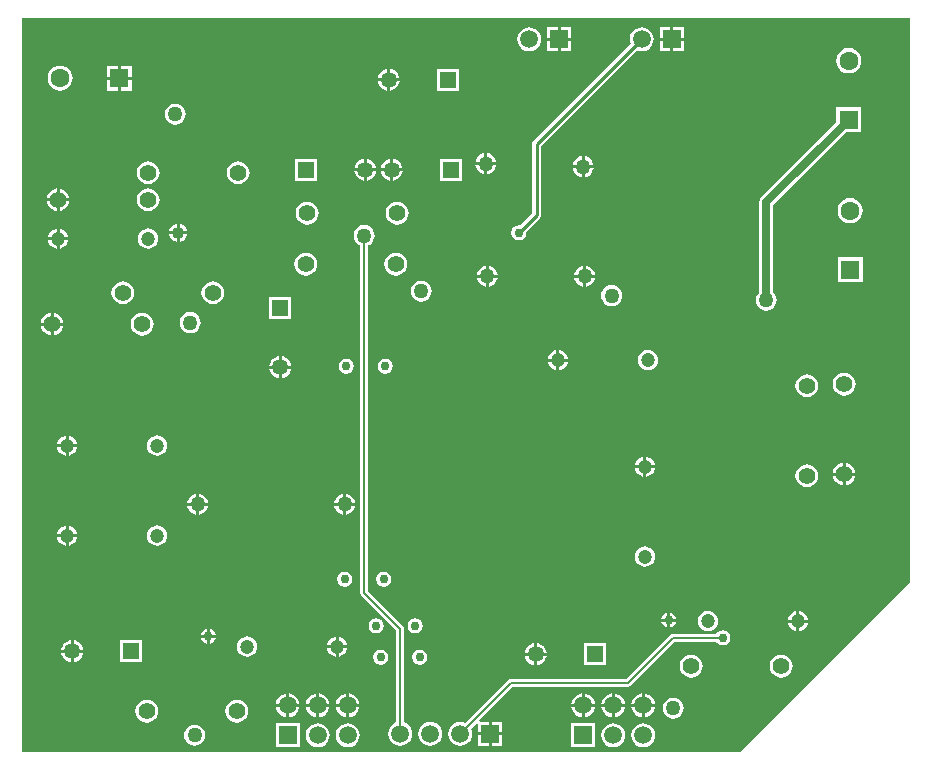
<source format=gbl>
G04*
G04 #@! TF.GenerationSoftware,Altium Limited,Altium Designer,19.1.8 (144)*
G04*
G04 Layer_Physical_Order=2*
G04 Layer_Color=16711680*
%FSLAX25Y25*%
%MOIN*%
G70*
G01*
G75*
%ADD11C,0.00600*%
%ADD12C,0.01000*%
%ADD45C,0.02500*%
%ADD48C,0.05906*%
%ADD49R,0.05906X0.05906*%
%ADD50R,0.06299X0.06299*%
%ADD51C,0.06299*%
%ADD52C,0.05315*%
%ADD53R,0.05315X0.05315*%
%ADD54C,0.05512*%
%ADD55R,0.05315X0.05315*%
%ADD56C,0.04724*%
%ADD57R,0.06299X0.06299*%
%ADD58C,0.05000*%
%ADD59C,0.03000*%
%ADD60C,0.04000*%
G36*
X325500Y61500D02*
X269000Y5000D01*
X29500D01*
Y246000D01*
Y249500D01*
X325500D01*
Y61500D01*
D02*
G37*
%LPC*%
G36*
X249953Y246453D02*
X246500D01*
Y243000D01*
X249953D01*
Y246453D01*
D02*
G37*
G36*
X212453D02*
X209000D01*
Y243000D01*
X212453D01*
Y246453D01*
D02*
G37*
G36*
X245500D02*
X242047D01*
Y243000D01*
X245500D01*
Y246453D01*
D02*
G37*
G36*
X208000D02*
X204547D01*
Y243000D01*
X208000D01*
Y246453D01*
D02*
G37*
G36*
X249953Y242000D02*
X246500D01*
Y238547D01*
X249953D01*
Y242000D01*
D02*
G37*
G36*
X245500D02*
X242047D01*
Y238547D01*
X245500D01*
Y242000D01*
D02*
G37*
G36*
X212453D02*
X209000D01*
Y238547D01*
X212453D01*
Y242000D01*
D02*
G37*
G36*
X208000D02*
X204547D01*
Y238547D01*
X208000D01*
Y242000D01*
D02*
G37*
G36*
X236000Y246487D02*
X234968Y246351D01*
X234007Y245953D01*
X233181Y245319D01*
X232547Y244493D01*
X232149Y243532D01*
X232013Y242500D01*
X232149Y241468D01*
X232341Y241004D01*
X199919Y208581D01*
X199587Y208085D01*
X199471Y207500D01*
Y184634D01*
X195322Y180485D01*
X195000Y180549D01*
X194025Y180355D01*
X193198Y179802D01*
X192645Y178975D01*
X192451Y178000D01*
X192645Y177024D01*
X193198Y176198D01*
X194025Y175645D01*
X195000Y175451D01*
X195975Y175645D01*
X196802Y176198D01*
X197355Y177024D01*
X197549Y178000D01*
X197485Y178322D01*
X202081Y182919D01*
X202413Y183415D01*
X202529Y184000D01*
Y206867D01*
X234504Y238841D01*
X234968Y238649D01*
X236000Y238513D01*
X237032Y238649D01*
X237993Y239047D01*
X238819Y239681D01*
X239453Y240507D01*
X239851Y241468D01*
X239987Y242500D01*
X239851Y243532D01*
X239453Y244493D01*
X238819Y245319D01*
X237993Y245953D01*
X237032Y246351D01*
X236000Y246487D01*
D02*
G37*
G36*
X198500D02*
X197468Y246351D01*
X196507Y245953D01*
X195681Y245319D01*
X195047Y244493D01*
X194649Y243532D01*
X194513Y242500D01*
X194649Y241468D01*
X195047Y240507D01*
X195681Y239681D01*
X196507Y239047D01*
X197468Y238649D01*
X198500Y238513D01*
X199532Y238649D01*
X200493Y239047D01*
X201319Y239681D01*
X201953Y240507D01*
X202351Y241468D01*
X202487Y242500D01*
X202351Y243532D01*
X201953Y244493D01*
X201319Y245319D01*
X200493Y245953D01*
X199532Y246351D01*
X198500Y246487D01*
D02*
G37*
G36*
X305000Y239528D02*
X303917Y239385D01*
X302907Y238967D01*
X302041Y238302D01*
X301375Y237435D01*
X300957Y236426D01*
X300815Y235343D01*
X300957Y234259D01*
X301375Y233250D01*
X302041Y232383D01*
X302907Y231718D01*
X303917Y231300D01*
X305000Y231157D01*
X306083Y231300D01*
X307093Y231718D01*
X307960Y232383D01*
X308625Y233250D01*
X309043Y234259D01*
X309185Y235343D01*
X309043Y236426D01*
X308625Y237435D01*
X307960Y238302D01*
X307093Y238967D01*
X306083Y239385D01*
X305000Y239528D01*
D02*
G37*
G36*
X65992Y233650D02*
X62343D01*
Y230000D01*
X65992D01*
Y233650D01*
D02*
G37*
G36*
X61343D02*
X57693D01*
Y230000D01*
X61343D01*
Y233650D01*
D02*
G37*
G36*
X152157Y232623D02*
Y229500D01*
X155281D01*
X155221Y229955D01*
X154852Y230844D01*
X154266Y231609D01*
X153502Y232195D01*
X152612Y232563D01*
X152157Y232623D01*
D02*
G37*
G36*
X151157D02*
X150703Y232563D01*
X149813Y232195D01*
X149049Y231609D01*
X148463Y230844D01*
X148094Y229955D01*
X148034Y229500D01*
X151157D01*
Y232623D01*
D02*
G37*
G36*
X155281Y228500D02*
X152157D01*
Y225377D01*
X152612Y225437D01*
X153502Y225805D01*
X154266Y226392D01*
X154852Y227155D01*
X155221Y228045D01*
X155281Y228500D01*
D02*
G37*
G36*
X151157D02*
X148034D01*
X148094Y228045D01*
X148463Y227155D01*
X149049Y226392D01*
X149813Y225805D01*
X150703Y225437D01*
X151157Y225377D01*
Y228500D01*
D02*
G37*
G36*
X65992Y229000D02*
X62343D01*
Y225350D01*
X65992D01*
Y229000D01*
D02*
G37*
G36*
X61343D02*
X57693D01*
Y225350D01*
X61343D01*
Y229000D01*
D02*
G37*
G36*
X175000Y232658D02*
X167685D01*
Y225342D01*
X175000D01*
Y232658D01*
D02*
G37*
G36*
X42158Y233685D02*
X41074Y233543D01*
X40065Y233125D01*
X39198Y232459D01*
X38533Y231593D01*
X38115Y230583D01*
X37972Y229500D01*
X38115Y228417D01*
X38533Y227407D01*
X39198Y226540D01*
X40065Y225875D01*
X41074Y225457D01*
X42158Y225315D01*
X43241Y225457D01*
X44250Y225875D01*
X45117Y226540D01*
X45782Y227407D01*
X46200Y228417D01*
X46343Y229500D01*
X46200Y230583D01*
X45782Y231593D01*
X45117Y232459D01*
X44250Y233125D01*
X43241Y233543D01*
X42158Y233685D01*
D02*
G37*
G36*
X80500Y221030D02*
X79586Y220910D01*
X78735Y220557D01*
X78004Y219996D01*
X77443Y219265D01*
X77090Y218414D01*
X76970Y217500D01*
X77090Y216586D01*
X77443Y215735D01*
X78004Y215004D01*
X78735Y214443D01*
X79586Y214090D01*
X80500Y213970D01*
X81414Y214090D01*
X82265Y214443D01*
X82996Y215004D01*
X83557Y215735D01*
X83910Y216586D01*
X84030Y217500D01*
X83910Y218414D01*
X83557Y219265D01*
X82996Y219996D01*
X82265Y220557D01*
X81414Y220910D01*
X80500Y221030D01*
D02*
G37*
G36*
X184550Y204514D02*
Y201550D01*
X187514D01*
X187460Y201964D01*
X187107Y202815D01*
X186546Y203546D01*
X185815Y204107D01*
X184964Y204460D01*
X184550Y204514D01*
D02*
G37*
G36*
X183550D02*
X183136Y204460D01*
X182285Y204107D01*
X181554Y203546D01*
X180993Y202815D01*
X180640Y201964D01*
X180586Y201550D01*
X183550D01*
Y204514D01*
D02*
G37*
G36*
X217000Y203464D02*
Y200500D01*
X219964D01*
X219910Y200914D01*
X219557Y201765D01*
X218996Y202496D01*
X218265Y203057D01*
X217414Y203410D01*
X217000Y203464D01*
D02*
G37*
G36*
X216000D02*
X215586Y203410D01*
X214735Y203057D01*
X214004Y202496D01*
X213443Y201765D01*
X213090Y200914D01*
X213036Y200500D01*
X216000D01*
Y203464D01*
D02*
G37*
G36*
X153157Y202623D02*
Y199500D01*
X156281D01*
X156221Y199955D01*
X155852Y200845D01*
X155266Y201609D01*
X154502Y202195D01*
X153612Y202563D01*
X153157Y202623D01*
D02*
G37*
G36*
X152157D02*
X151703Y202563D01*
X150813Y202195D01*
X150049Y201609D01*
X149463Y200845D01*
X149094Y199955D01*
X149034Y199500D01*
X152157D01*
Y202623D01*
D02*
G37*
G36*
X144343Y202623D02*
Y199500D01*
X147466D01*
X147406Y199955D01*
X147037Y200845D01*
X146451Y201608D01*
X145687Y202195D01*
X144797Y202563D01*
X144343Y202623D01*
D02*
G37*
G36*
X143342D02*
X142888Y202563D01*
X141998Y202195D01*
X141234Y201608D01*
X140648Y200845D01*
X140279Y199955D01*
X140219Y199500D01*
X143342D01*
Y202623D01*
D02*
G37*
G36*
X187514Y200550D02*
X184550D01*
Y197586D01*
X184964Y197640D01*
X185815Y197993D01*
X186546Y198554D01*
X187107Y199285D01*
X187460Y200136D01*
X187514Y200550D01*
D02*
G37*
G36*
X183550D02*
X180586D01*
X180640Y200136D01*
X180993Y199285D01*
X181554Y198554D01*
X182285Y197993D01*
X183136Y197640D01*
X183550Y197586D01*
Y200550D01*
D02*
G37*
G36*
X219964Y199500D02*
X217000D01*
Y196536D01*
X217414Y196590D01*
X218265Y196943D01*
X218996Y197504D01*
X219557Y198235D01*
X219910Y199086D01*
X219964Y199500D01*
D02*
G37*
G36*
X216000D02*
X213036D01*
X213090Y199086D01*
X213443Y198235D01*
X214004Y197504D01*
X214735Y196943D01*
X215586Y196590D01*
X216000Y196536D01*
Y199500D01*
D02*
G37*
G36*
X156281Y198500D02*
X153157D01*
Y195377D01*
X153612Y195437D01*
X154502Y195805D01*
X155266Y196391D01*
X155852Y197155D01*
X156221Y198045D01*
X156281Y198500D01*
D02*
G37*
G36*
X152157D02*
X149034D01*
X149094Y198045D01*
X149463Y197155D01*
X150049Y196391D01*
X150813Y195805D01*
X151703Y195437D01*
X152157Y195377D01*
Y198500D01*
D02*
G37*
G36*
X147466Y198500D02*
X144343D01*
Y195377D01*
X144797Y195437D01*
X145687Y195805D01*
X146451Y196391D01*
X147037Y197155D01*
X147406Y198045D01*
X147466Y198500D01*
D02*
G37*
G36*
X143342D02*
X140219D01*
X140279Y198045D01*
X140648Y197155D01*
X141234Y196391D01*
X141998Y195805D01*
X142888Y195437D01*
X143342Y195377D01*
Y198500D01*
D02*
G37*
G36*
X127815Y202658D02*
X120500D01*
Y195343D01*
X127815D01*
Y202658D01*
D02*
G37*
G36*
X176000Y202658D02*
X168685D01*
Y195343D01*
X176000D01*
Y202658D01*
D02*
G37*
G36*
X101500Y201788D02*
X100520Y201659D01*
X99606Y201281D01*
X98821Y200679D01*
X98219Y199894D01*
X97841Y198980D01*
X97712Y198000D01*
X97841Y197020D01*
X98219Y196106D01*
X98821Y195321D01*
X99606Y194719D01*
X100520Y194341D01*
X101500Y194212D01*
X102480Y194341D01*
X103394Y194719D01*
X104179Y195321D01*
X104781Y196106D01*
X105159Y197020D01*
X105288Y198000D01*
X105159Y198980D01*
X104781Y199894D01*
X104179Y200679D01*
X103394Y201281D01*
X102480Y201659D01*
X101500Y201788D01*
D02*
G37*
G36*
X71500D02*
X70520Y201659D01*
X69606Y201281D01*
X68821Y200679D01*
X68219Y199894D01*
X67841Y198980D01*
X67712Y198000D01*
X67841Y197020D01*
X68219Y196106D01*
X68821Y195321D01*
X69606Y194719D01*
X70520Y194341D01*
X71500Y194212D01*
X72480Y194341D01*
X73394Y194719D01*
X74179Y195321D01*
X74781Y196106D01*
X75159Y197020D01*
X75288Y198000D01*
X75159Y198980D01*
X74781Y199894D01*
X74179Y200679D01*
X73394Y201281D01*
X72480Y201659D01*
X71500Y201788D01*
D02*
G37*
G36*
X42000Y192722D02*
Y189500D01*
X45222D01*
X45159Y189980D01*
X44781Y190894D01*
X44179Y191679D01*
X43394Y192281D01*
X42480Y192659D01*
X42000Y192722D01*
D02*
G37*
G36*
X41000D02*
X40519Y192659D01*
X39606Y192281D01*
X38821Y191679D01*
X38219Y190894D01*
X37841Y189980D01*
X37778Y189500D01*
X41000D01*
Y192722D01*
D02*
G37*
G36*
X45222Y188500D02*
X42000D01*
Y185277D01*
X42480Y185341D01*
X43394Y185719D01*
X44179Y186321D01*
X44781Y187106D01*
X45159Y188020D01*
X45222Y188500D01*
D02*
G37*
G36*
X41000D02*
X37778D01*
X37841Y188020D01*
X38219Y187106D01*
X38821Y186321D01*
X39606Y185719D01*
X40519Y185341D01*
X41000Y185277D01*
Y188500D01*
D02*
G37*
G36*
X71500Y192788D02*
X70520Y192659D01*
X69606Y192281D01*
X68821Y191679D01*
X68219Y190894D01*
X67841Y189980D01*
X67712Y189000D01*
X67841Y188020D01*
X68219Y187106D01*
X68821Y186321D01*
X69606Y185719D01*
X70520Y185341D01*
X71500Y185212D01*
X72480Y185341D01*
X73394Y185719D01*
X74179Y186321D01*
X74781Y187106D01*
X75159Y188020D01*
X75288Y189000D01*
X75159Y189980D01*
X74781Y190894D01*
X74179Y191679D01*
X73394Y192281D01*
X72480Y192659D01*
X71500Y192788D01*
D02*
G37*
G36*
X305500Y189528D02*
X304417Y189385D01*
X303407Y188967D01*
X302540Y188302D01*
X301875Y187435D01*
X301457Y186426D01*
X301315Y185343D01*
X301457Y184259D01*
X301875Y183250D01*
X302540Y182383D01*
X303407Y181718D01*
X304417Y181300D01*
X305500Y181157D01*
X306583Y181300D01*
X307593Y181718D01*
X308459Y182383D01*
X309125Y183250D01*
X309543Y184259D01*
X309685Y185343D01*
X309543Y186426D01*
X309125Y187435D01*
X308459Y188302D01*
X307593Y188967D01*
X306583Y189385D01*
X305500Y189528D01*
D02*
G37*
G36*
X154500Y188288D02*
X153519Y188159D01*
X152606Y187781D01*
X151821Y187179D01*
X151219Y186394D01*
X150841Y185480D01*
X150712Y184500D01*
X150841Y183519D01*
X151219Y182606D01*
X151821Y181821D01*
X152606Y181219D01*
X153519Y180841D01*
X154500Y180712D01*
X155481Y180841D01*
X156394Y181219D01*
X157179Y181821D01*
X157781Y182606D01*
X158159Y183519D01*
X158288Y184500D01*
X158159Y185480D01*
X157781Y186394D01*
X157179Y187179D01*
X156394Y187781D01*
X155481Y188159D01*
X154500Y188288D01*
D02*
G37*
G36*
X124500D02*
X123520Y188159D01*
X122606Y187781D01*
X121821Y187179D01*
X121219Y186394D01*
X120841Y185480D01*
X120712Y184500D01*
X120841Y183519D01*
X121219Y182606D01*
X121821Y181821D01*
X122606Y181219D01*
X123520Y180841D01*
X124500Y180712D01*
X125480Y180841D01*
X126394Y181219D01*
X127179Y181821D01*
X127781Y182606D01*
X128159Y183519D01*
X128288Y184500D01*
X128159Y185480D01*
X127781Y186394D01*
X127179Y187179D01*
X126394Y187781D01*
X125480Y188159D01*
X124500Y188288D01*
D02*
G37*
G36*
X82000Y180960D02*
Y178500D01*
X84460D01*
X84423Y178783D01*
X84121Y179513D01*
X83640Y180140D01*
X83013Y180621D01*
X82283Y180923D01*
X82000Y180960D01*
D02*
G37*
G36*
X81000D02*
X80717Y180923D01*
X79987Y180621D01*
X79360Y180140D01*
X78879Y179513D01*
X78577Y178783D01*
X78540Y178500D01*
X81000D01*
Y180960D01*
D02*
G37*
G36*
X42000Y179325D02*
Y176500D01*
X44825D01*
X44776Y176878D01*
X44437Y177696D01*
X43898Y178398D01*
X43196Y178937D01*
X42378Y179276D01*
X42000Y179325D01*
D02*
G37*
G36*
X41000D02*
X40622Y179276D01*
X39804Y178937D01*
X39102Y178398D01*
X38563Y177696D01*
X38224Y176878D01*
X38175Y176500D01*
X41000D01*
Y179325D01*
D02*
G37*
G36*
X84460Y177500D02*
X82000D01*
Y175040D01*
X82283Y175077D01*
X83013Y175380D01*
X83640Y175860D01*
X84121Y176487D01*
X84423Y177217D01*
X84460Y177500D01*
D02*
G37*
G36*
X81000D02*
X78540D01*
X78577Y177217D01*
X78879Y176487D01*
X79360Y175860D01*
X79987Y175380D01*
X80717Y175077D01*
X81000Y175040D01*
Y177500D01*
D02*
G37*
G36*
X44825Y175500D02*
X42000D01*
Y172675D01*
X42378Y172724D01*
X43196Y173063D01*
X43898Y173602D01*
X44437Y174304D01*
X44776Y175122D01*
X44825Y175500D01*
D02*
G37*
G36*
X41000D02*
X38175D01*
X38224Y175122D01*
X38563Y174304D01*
X39102Y173602D01*
X39804Y173063D01*
X40622Y172724D01*
X41000Y172675D01*
Y175500D01*
D02*
G37*
G36*
X71500Y179391D02*
X70622Y179276D01*
X69804Y178937D01*
X69102Y178398D01*
X68563Y177696D01*
X68224Y176878D01*
X68109Y176000D01*
X68224Y175122D01*
X68563Y174304D01*
X69102Y173602D01*
X69804Y173063D01*
X70622Y172724D01*
X71500Y172609D01*
X72378Y172724D01*
X73196Y173063D01*
X73898Y173602D01*
X74437Y174304D01*
X74776Y175122D01*
X74891Y176000D01*
X74776Y176878D01*
X74437Y177696D01*
X73898Y178398D01*
X73196Y178937D01*
X72378Y179276D01*
X71500Y179391D01*
D02*
G37*
G36*
X217500Y166964D02*
Y164000D01*
X220464D01*
X220410Y164414D01*
X220057Y165265D01*
X219496Y165996D01*
X218765Y166557D01*
X217914Y166910D01*
X217500Y166964D01*
D02*
G37*
G36*
X216500D02*
X216086Y166910D01*
X215235Y166557D01*
X214504Y165996D01*
X213943Y165265D01*
X213590Y164414D01*
X213536Y164000D01*
X216500D01*
Y166964D01*
D02*
G37*
G36*
X185000D02*
Y164000D01*
X187964D01*
X187910Y164414D01*
X187557Y165265D01*
X186996Y165996D01*
X186265Y166557D01*
X185414Y166910D01*
X185000Y166964D01*
D02*
G37*
G36*
X184000D02*
X183586Y166910D01*
X182735Y166557D01*
X182004Y165996D01*
X181443Y165265D01*
X181090Y164414D01*
X181036Y164000D01*
X184000D01*
Y166964D01*
D02*
G37*
G36*
X154000Y171288D02*
X153019Y171159D01*
X152106Y170781D01*
X151321Y170179D01*
X150719Y169394D01*
X150341Y168481D01*
X150212Y167500D01*
X150341Y166519D01*
X150719Y165606D01*
X151321Y164821D01*
X152106Y164219D01*
X153019Y163841D01*
X154000Y163712D01*
X154981Y163841D01*
X155894Y164219D01*
X156679Y164821D01*
X157281Y165606D01*
X157659Y166519D01*
X157788Y167500D01*
X157659Y168481D01*
X157281Y169394D01*
X156679Y170179D01*
X155894Y170781D01*
X154981Y171159D01*
X154000Y171288D01*
D02*
G37*
G36*
X124000D02*
X123020Y171159D01*
X122106Y170781D01*
X121321Y170179D01*
X120719Y169394D01*
X120341Y168481D01*
X120212Y167500D01*
X120341Y166519D01*
X120719Y165606D01*
X121321Y164821D01*
X122106Y164219D01*
X123020Y163841D01*
X124000Y163712D01*
X124980Y163841D01*
X125894Y164219D01*
X126679Y164821D01*
X127281Y165606D01*
X127659Y166519D01*
X127788Y167500D01*
X127659Y168481D01*
X127281Y169394D01*
X126679Y170179D01*
X125894Y170781D01*
X124980Y171159D01*
X124000Y171288D01*
D02*
G37*
G36*
X309650Y169807D02*
X301350D01*
Y161508D01*
X309650D01*
Y169807D01*
D02*
G37*
G36*
X220464Y163000D02*
X217500D01*
Y160036D01*
X217914Y160090D01*
X218765Y160443D01*
X219496Y161004D01*
X220057Y161735D01*
X220410Y162586D01*
X220464Y163000D01*
D02*
G37*
G36*
X216500D02*
X213536D01*
X213590Y162586D01*
X213943Y161735D01*
X214504Y161004D01*
X215235Y160443D01*
X216086Y160090D01*
X216500Y160036D01*
Y163000D01*
D02*
G37*
G36*
X187964D02*
X185000D01*
Y160036D01*
X185414Y160090D01*
X186265Y160443D01*
X186996Y161004D01*
X187557Y161735D01*
X187910Y162586D01*
X187964Y163000D01*
D02*
G37*
G36*
X184000D02*
X181036D01*
X181090Y162586D01*
X181443Y161735D01*
X182004Y161004D01*
X182735Y160443D01*
X183586Y160090D01*
X184000Y160036D01*
Y163000D01*
D02*
G37*
G36*
X162500Y162030D02*
X161586Y161910D01*
X160735Y161557D01*
X160004Y160996D01*
X159443Y160265D01*
X159090Y159414D01*
X158970Y158500D01*
X159090Y157586D01*
X159443Y156735D01*
X160004Y156004D01*
X160735Y155443D01*
X161586Y155090D01*
X162500Y154970D01*
X163414Y155090D01*
X164265Y155443D01*
X164996Y156004D01*
X165557Y156735D01*
X165910Y157586D01*
X166030Y158500D01*
X165910Y159414D01*
X165557Y160265D01*
X164996Y160996D01*
X164265Y161557D01*
X163414Y161910D01*
X162500Y162030D01*
D02*
G37*
G36*
X93000Y161788D02*
X92019Y161659D01*
X91106Y161281D01*
X90321Y160679D01*
X89719Y159894D01*
X89341Y158981D01*
X89212Y158000D01*
X89341Y157019D01*
X89719Y156106D01*
X90321Y155321D01*
X91106Y154719D01*
X92019Y154341D01*
X93000Y154212D01*
X93980Y154341D01*
X94894Y154719D01*
X95679Y155321D01*
X96281Y156106D01*
X96659Y157019D01*
X96788Y158000D01*
X96659Y158981D01*
X96281Y159894D01*
X95679Y160679D01*
X94894Y161281D01*
X93980Y161659D01*
X93000Y161788D01*
D02*
G37*
G36*
X63000D02*
X62019Y161659D01*
X61106Y161281D01*
X60321Y160679D01*
X59719Y159894D01*
X59341Y158981D01*
X59212Y158000D01*
X59341Y157019D01*
X59719Y156106D01*
X60321Y155321D01*
X61106Y154719D01*
X62019Y154341D01*
X63000Y154212D01*
X63981Y154341D01*
X64894Y154719D01*
X65679Y155321D01*
X66281Y156106D01*
X66659Y157019D01*
X66788Y158000D01*
X66659Y158981D01*
X66281Y159894D01*
X65679Y160679D01*
X64894Y161281D01*
X63981Y161659D01*
X63000Y161788D01*
D02*
G37*
G36*
X226000Y160530D02*
X225086Y160410D01*
X224235Y160057D01*
X223504Y159496D01*
X222943Y158765D01*
X222590Y157914D01*
X222470Y157000D01*
X222590Y156086D01*
X222943Y155235D01*
X223504Y154504D01*
X224235Y153943D01*
X225086Y153590D01*
X226000Y153470D01*
X226914Y153590D01*
X227765Y153943D01*
X228496Y154504D01*
X229057Y155235D01*
X229410Y156086D01*
X229530Y157000D01*
X229410Y157914D01*
X229057Y158765D01*
X228496Y159496D01*
X227765Y160057D01*
X226914Y160410D01*
X226000Y160530D01*
D02*
G37*
G36*
X309150Y219807D02*
X300850D01*
Y214752D01*
X275878Y189780D01*
X275380Y189035D01*
X275206Y188157D01*
Y158151D01*
X275004Y157996D01*
X274443Y157265D01*
X274090Y156414D01*
X273970Y155500D01*
X274090Y154586D01*
X274443Y153735D01*
X275004Y153004D01*
X275735Y152443D01*
X276586Y152090D01*
X277500Y151970D01*
X278414Y152090D01*
X279265Y152443D01*
X279996Y153004D01*
X280557Y153735D01*
X280910Y154586D01*
X281030Y155500D01*
X280910Y156414D01*
X280557Y157265D01*
X279996Y157996D01*
X279794Y158151D01*
Y187207D01*
X304095Y211508D01*
X309150D01*
Y219807D01*
D02*
G37*
G36*
X119158Y156500D02*
X111843D01*
Y149185D01*
X119158D01*
Y156500D01*
D02*
G37*
G36*
X40000Y151223D02*
Y148000D01*
X43222D01*
X43159Y148480D01*
X42781Y149394D01*
X42179Y150179D01*
X41394Y150781D01*
X40481Y151159D01*
X40000Y151223D01*
D02*
G37*
G36*
X39000D02*
X38519Y151159D01*
X37606Y150781D01*
X36821Y150179D01*
X36219Y149394D01*
X35841Y148480D01*
X35778Y148000D01*
X39000D01*
Y151223D01*
D02*
G37*
G36*
X85500Y151530D02*
X84586Y151410D01*
X83735Y151057D01*
X83004Y150496D01*
X82443Y149765D01*
X82090Y148914D01*
X81970Y148000D01*
X82090Y147086D01*
X82443Y146235D01*
X83004Y145504D01*
X83735Y144943D01*
X84586Y144590D01*
X85500Y144470D01*
X86414Y144590D01*
X87265Y144943D01*
X87996Y145504D01*
X88557Y146235D01*
X88910Y147086D01*
X89030Y148000D01*
X88910Y148914D01*
X88557Y149765D01*
X87996Y150496D01*
X87265Y151057D01*
X86414Y151410D01*
X85500Y151530D01*
D02*
G37*
G36*
X43222Y147000D02*
X40000D01*
Y143778D01*
X40481Y143841D01*
X41394Y144219D01*
X42179Y144821D01*
X42781Y145606D01*
X43159Y146519D01*
X43222Y147000D01*
D02*
G37*
G36*
X39000D02*
X35778D01*
X35841Y146519D01*
X36219Y145606D01*
X36821Y144821D01*
X37606Y144219D01*
X38519Y143841D01*
X39000Y143778D01*
Y147000D01*
D02*
G37*
G36*
X69500Y151288D02*
X68520Y151159D01*
X67606Y150781D01*
X66821Y150179D01*
X66219Y149394D01*
X65841Y148480D01*
X65712Y147500D01*
X65841Y146519D01*
X66219Y145606D01*
X66821Y144821D01*
X67606Y144219D01*
X68520Y143841D01*
X69500Y143712D01*
X70481Y143841D01*
X71394Y144219D01*
X72179Y144821D01*
X72781Y145606D01*
X73159Y146519D01*
X73288Y147500D01*
X73159Y148480D01*
X72781Y149394D01*
X72179Y150179D01*
X71394Y150781D01*
X70481Y151159D01*
X69500Y151288D01*
D02*
G37*
G36*
X208500Y138825D02*
Y136000D01*
X211325D01*
X211276Y136378D01*
X210937Y137196D01*
X210398Y137898D01*
X209696Y138437D01*
X208878Y138776D01*
X208500Y138825D01*
D02*
G37*
G36*
X207500D02*
X207122Y138776D01*
X206304Y138437D01*
X205602Y137898D01*
X205063Y137196D01*
X204724Y136378D01*
X204675Y136000D01*
X207500D01*
Y138825D01*
D02*
G37*
G36*
X116000Y136781D02*
Y133658D01*
X119123D01*
X119063Y134112D01*
X118695Y135002D01*
X118108Y135766D01*
X117344Y136352D01*
X116455Y136721D01*
X116000Y136781D01*
D02*
G37*
G36*
X115000D02*
X114545Y136721D01*
X113655Y136352D01*
X112891Y135766D01*
X112305Y135002D01*
X111937Y134112D01*
X111877Y133658D01*
X115000D01*
Y136781D01*
D02*
G37*
G36*
X211325Y135000D02*
X208500D01*
Y132175D01*
X208878Y132224D01*
X209696Y132563D01*
X210398Y133102D01*
X210937Y133804D01*
X211276Y134622D01*
X211325Y135000D01*
D02*
G37*
G36*
X207500D02*
X204675D01*
X204724Y134622D01*
X205063Y133804D01*
X205602Y133102D01*
X206304Y132563D01*
X207122Y132224D01*
X207500Y132175D01*
Y135000D01*
D02*
G37*
G36*
X238000Y138891D02*
X237122Y138776D01*
X236304Y138437D01*
X235602Y137898D01*
X235063Y137196D01*
X234724Y136378D01*
X234609Y135500D01*
X234724Y134622D01*
X235063Y133804D01*
X235602Y133102D01*
X236304Y132563D01*
X237122Y132224D01*
X238000Y132109D01*
X238878Y132224D01*
X239696Y132563D01*
X240398Y133102D01*
X240937Y133804D01*
X241276Y134622D01*
X241391Y135500D01*
X241276Y136378D01*
X240937Y137196D01*
X240398Y137898D01*
X239696Y138437D01*
X238878Y138776D01*
X238000Y138891D01*
D02*
G37*
G36*
X150500Y136049D02*
X149524Y135855D01*
X148698Y135302D01*
X148145Y134476D01*
X147951Y133500D01*
X148145Y132525D01*
X148698Y131698D01*
X149524Y131145D01*
X150500Y130951D01*
X151476Y131145D01*
X152302Y131698D01*
X152855Y132525D01*
X153049Y133500D01*
X152855Y134476D01*
X152302Y135302D01*
X151476Y135855D01*
X150500Y136049D01*
D02*
G37*
G36*
X137500D02*
X136524Y135855D01*
X135698Y135302D01*
X135145Y134476D01*
X134951Y133500D01*
X135145Y132525D01*
X135698Y131698D01*
X136524Y131145D01*
X137500Y130951D01*
X138476Y131145D01*
X139302Y131698D01*
X139855Y132525D01*
X140049Y133500D01*
X139855Y134476D01*
X139302Y135302D01*
X138476Y135855D01*
X137500Y136049D01*
D02*
G37*
G36*
X119123Y132658D02*
X116000D01*
Y129534D01*
X116455Y129594D01*
X117344Y129963D01*
X118108Y130549D01*
X118695Y131313D01*
X119063Y132203D01*
X119123Y132658D01*
D02*
G37*
G36*
X115000D02*
X111877D01*
X111937Y132203D01*
X112305Y131313D01*
X112891Y130549D01*
X113655Y129963D01*
X114545Y129594D01*
X115000Y129534D01*
Y132658D01*
D02*
G37*
G36*
X303500Y131288D02*
X302519Y131159D01*
X301606Y130781D01*
X300821Y130179D01*
X300219Y129394D01*
X299841Y128481D01*
X299712Y127500D01*
X299841Y126520D01*
X300219Y125606D01*
X300821Y124821D01*
X301606Y124219D01*
X302519Y123841D01*
X303500Y123712D01*
X304481Y123841D01*
X305394Y124219D01*
X306179Y124821D01*
X306781Y125606D01*
X307159Y126520D01*
X307288Y127500D01*
X307159Y128481D01*
X306781Y129394D01*
X306179Y130179D01*
X305394Y130781D01*
X304481Y131159D01*
X303500Y131288D01*
D02*
G37*
G36*
X291000Y130788D02*
X290019Y130659D01*
X289106Y130281D01*
X288321Y129679D01*
X287719Y128894D01*
X287341Y127980D01*
X287212Y127000D01*
X287341Y126020D01*
X287719Y125106D01*
X288321Y124321D01*
X289106Y123719D01*
X290019Y123341D01*
X291000Y123212D01*
X291981Y123341D01*
X292894Y123719D01*
X293679Y124321D01*
X294281Y125106D01*
X294659Y126020D01*
X294788Y127000D01*
X294659Y127980D01*
X294281Y128894D01*
X293679Y129679D01*
X292894Y130281D01*
X291981Y130659D01*
X291000Y130788D01*
D02*
G37*
G36*
X45000Y110325D02*
Y107500D01*
X47825D01*
X47776Y107878D01*
X47437Y108696D01*
X46898Y109398D01*
X46196Y109937D01*
X45378Y110276D01*
X45000Y110325D01*
D02*
G37*
G36*
X44000D02*
X43622Y110276D01*
X42804Y109937D01*
X42102Y109398D01*
X41563Y108696D01*
X41224Y107878D01*
X41175Y107500D01*
X44000D01*
Y110325D01*
D02*
G37*
G36*
X47825Y106500D02*
X45000D01*
Y103675D01*
X45378Y103724D01*
X46196Y104063D01*
X46898Y104602D01*
X47437Y105304D01*
X47776Y106122D01*
X47825Y106500D01*
D02*
G37*
G36*
X44000D02*
X41175D01*
X41224Y106122D01*
X41563Y105304D01*
X42102Y104602D01*
X42804Y104063D01*
X43622Y103724D01*
X44000Y103675D01*
Y106500D01*
D02*
G37*
G36*
X74500Y110391D02*
X73622Y110276D01*
X72804Y109937D01*
X72102Y109398D01*
X71563Y108696D01*
X71224Y107878D01*
X71109Y107000D01*
X71224Y106122D01*
X71563Y105304D01*
X72102Y104602D01*
X72804Y104063D01*
X73622Y103724D01*
X74500Y103609D01*
X75378Y103724D01*
X76196Y104063D01*
X76898Y104602D01*
X77437Y105304D01*
X77776Y106122D01*
X77891Y107000D01*
X77776Y107878D01*
X77437Y108696D01*
X76898Y109398D01*
X76196Y109937D01*
X75378Y110276D01*
X74500Y110391D01*
D02*
G37*
G36*
X237500Y103325D02*
Y100500D01*
X240325D01*
X240276Y100878D01*
X239937Y101696D01*
X239398Y102398D01*
X238696Y102937D01*
X237878Y103276D01*
X237500Y103325D01*
D02*
G37*
G36*
X236500D02*
X236122Y103276D01*
X235304Y102937D01*
X234602Y102398D01*
X234063Y101696D01*
X233724Y100878D01*
X233675Y100500D01*
X236500D01*
Y103325D01*
D02*
G37*
G36*
X304000Y101223D02*
Y98000D01*
X307223D01*
X307159Y98480D01*
X306781Y99394D01*
X306179Y100179D01*
X305394Y100781D01*
X304481Y101159D01*
X304000Y101223D01*
D02*
G37*
G36*
X303000D02*
X302519Y101159D01*
X301606Y100781D01*
X300821Y100179D01*
X300219Y99394D01*
X299841Y98480D01*
X299778Y98000D01*
X303000D01*
Y101223D01*
D02*
G37*
G36*
X240325Y99500D02*
X237500D01*
Y96675D01*
X237878Y96724D01*
X238696Y97063D01*
X239398Y97602D01*
X239937Y98304D01*
X240276Y99122D01*
X240325Y99500D01*
D02*
G37*
G36*
X236500D02*
X233675D01*
X233724Y99122D01*
X234063Y98304D01*
X234602Y97602D01*
X235304Y97063D01*
X236122Y96724D01*
X236500Y96675D01*
Y99500D01*
D02*
G37*
G36*
X307223Y97000D02*
X304000D01*
Y93778D01*
X304481Y93841D01*
X305394Y94219D01*
X306179Y94821D01*
X306781Y95606D01*
X307159Y96520D01*
X307223Y97000D01*
D02*
G37*
G36*
X303000D02*
X299778D01*
X299841Y96520D01*
X300219Y95606D01*
X300821Y94821D01*
X301606Y94219D01*
X302519Y93841D01*
X303000Y93778D01*
Y97000D01*
D02*
G37*
G36*
X291000Y100788D02*
X290019Y100659D01*
X289106Y100281D01*
X288321Y99679D01*
X287719Y98894D01*
X287341Y97980D01*
X287212Y97000D01*
X287341Y96020D01*
X287719Y95106D01*
X288321Y94321D01*
X289106Y93719D01*
X290019Y93341D01*
X291000Y93212D01*
X291981Y93341D01*
X292894Y93719D01*
X293679Y94321D01*
X294281Y95106D01*
X294659Y96020D01*
X294788Y97000D01*
X294659Y97980D01*
X294281Y98894D01*
X293679Y99679D01*
X292894Y100281D01*
X291981Y100659D01*
X291000Y100788D01*
D02*
G37*
G36*
X137500Y90964D02*
Y88000D01*
X140464D01*
X140410Y88414D01*
X140057Y89265D01*
X139496Y89996D01*
X138765Y90557D01*
X137914Y90910D01*
X137500Y90964D01*
D02*
G37*
G36*
X136500D02*
X136086Y90910D01*
X135235Y90557D01*
X134504Y89996D01*
X133943Y89265D01*
X133590Y88414D01*
X133536Y88000D01*
X136500D01*
Y90964D01*
D02*
G37*
G36*
X88500D02*
Y88000D01*
X91464D01*
X91410Y88414D01*
X91057Y89265D01*
X90496Y89996D01*
X89765Y90557D01*
X88914Y90910D01*
X88500Y90964D01*
D02*
G37*
G36*
X87500D02*
X87086Y90910D01*
X86235Y90557D01*
X85504Y89996D01*
X84943Y89265D01*
X84590Y88414D01*
X84536Y88000D01*
X87500D01*
Y90964D01*
D02*
G37*
G36*
X140464Y87000D02*
X137500D01*
Y84036D01*
X137914Y84090D01*
X138765Y84443D01*
X139496Y85004D01*
X140057Y85735D01*
X140410Y86586D01*
X140464Y87000D01*
D02*
G37*
G36*
X136500D02*
X133536D01*
X133590Y86586D01*
X133943Y85735D01*
X134504Y85004D01*
X135235Y84443D01*
X136086Y84090D01*
X136500Y84036D01*
Y87000D01*
D02*
G37*
G36*
X91464D02*
X88500D01*
Y84036D01*
X88914Y84090D01*
X89765Y84443D01*
X90496Y85004D01*
X91057Y85735D01*
X91410Y86586D01*
X91464Y87000D01*
D02*
G37*
G36*
X87500D02*
X84536D01*
X84590Y86586D01*
X84943Y85735D01*
X85504Y85004D01*
X86235Y84443D01*
X87086Y84090D01*
X87500Y84036D01*
Y87000D01*
D02*
G37*
G36*
X45000Y80325D02*
Y77500D01*
X47825D01*
X47776Y77878D01*
X47437Y78696D01*
X46898Y79398D01*
X46196Y79937D01*
X45378Y80276D01*
X45000Y80325D01*
D02*
G37*
G36*
X44000D02*
X43622Y80276D01*
X42804Y79937D01*
X42102Y79398D01*
X41563Y78696D01*
X41224Y77878D01*
X41175Y77500D01*
X44000D01*
Y80325D01*
D02*
G37*
G36*
X47825Y76500D02*
X45000D01*
Y73675D01*
X45378Y73724D01*
X46196Y74063D01*
X46898Y74602D01*
X47437Y75304D01*
X47776Y76122D01*
X47825Y76500D01*
D02*
G37*
G36*
X44000D02*
X41175D01*
X41224Y76122D01*
X41563Y75304D01*
X42102Y74602D01*
X42804Y74063D01*
X43622Y73724D01*
X44000Y73675D01*
Y76500D01*
D02*
G37*
G36*
X74500Y80391D02*
X73622Y80276D01*
X72804Y79937D01*
X72102Y79398D01*
X71563Y78696D01*
X71224Y77878D01*
X71109Y77000D01*
X71224Y76122D01*
X71563Y75304D01*
X72102Y74602D01*
X72804Y74063D01*
X73622Y73724D01*
X74500Y73609D01*
X75378Y73724D01*
X76196Y74063D01*
X76898Y74602D01*
X77437Y75304D01*
X77776Y76122D01*
X77891Y77000D01*
X77776Y77878D01*
X77437Y78696D01*
X76898Y79398D01*
X76196Y79937D01*
X75378Y80276D01*
X74500Y80391D01*
D02*
G37*
G36*
X237000Y73391D02*
X236122Y73276D01*
X235304Y72937D01*
X234602Y72398D01*
X234063Y71696D01*
X233724Y70878D01*
X233609Y70000D01*
X233724Y69122D01*
X234063Y68304D01*
X234602Y67602D01*
X235304Y67063D01*
X236122Y66724D01*
X237000Y66609D01*
X237878Y66724D01*
X238696Y67063D01*
X239398Y67602D01*
X239937Y68304D01*
X240276Y69122D01*
X240391Y70000D01*
X240276Y70878D01*
X239937Y71696D01*
X239398Y72398D01*
X238696Y72937D01*
X237878Y73276D01*
X237000Y73391D01*
D02*
G37*
G36*
X150000Y65049D02*
X149024Y64855D01*
X148198Y64302D01*
X147645Y63476D01*
X147451Y62500D01*
X147645Y61524D01*
X148198Y60698D01*
X149024Y60145D01*
X150000Y59951D01*
X150976Y60145D01*
X151802Y60698D01*
X152355Y61524D01*
X152549Y62500D01*
X152355Y63476D01*
X151802Y64302D01*
X150976Y64855D01*
X150000Y65049D01*
D02*
G37*
G36*
X137000D02*
X136024Y64855D01*
X135198Y64302D01*
X134645Y63476D01*
X134451Y62500D01*
X134645Y61524D01*
X135198Y60698D01*
X136024Y60145D01*
X137000Y59951D01*
X137976Y60145D01*
X138802Y60698D01*
X139355Y61524D01*
X139549Y62500D01*
X139355Y63476D01*
X138802Y64302D01*
X137976Y64855D01*
X137000Y65049D01*
D02*
G37*
G36*
X245500Y51323D02*
Y49374D01*
X247449D01*
X247355Y49850D01*
X246802Y50676D01*
X245975Y51229D01*
X245500Y51323D01*
D02*
G37*
G36*
X244500D02*
X244024Y51229D01*
X243198Y50676D01*
X242645Y49850D01*
X242550Y49374D01*
X244500D01*
Y51323D01*
D02*
G37*
G36*
X288500Y51825D02*
Y49000D01*
X291325D01*
X291276Y49378D01*
X290937Y50196D01*
X290398Y50898D01*
X289696Y51437D01*
X288878Y51776D01*
X288500Y51825D01*
D02*
G37*
G36*
X287500D02*
X287122Y51776D01*
X286304Y51437D01*
X285602Y50898D01*
X285063Y50196D01*
X284724Y49378D01*
X284675Y49000D01*
X287500D01*
Y51825D01*
D02*
G37*
G36*
X247449Y48374D02*
X245500D01*
Y46424D01*
X245975Y46519D01*
X246802Y47072D01*
X247355Y47899D01*
X247449Y48374D01*
D02*
G37*
G36*
X244500D02*
X242550D01*
X242645Y47899D01*
X243198Y47072D01*
X244024Y46519D01*
X244500Y46424D01*
Y48374D01*
D02*
G37*
G36*
X291325Y48000D02*
X288500D01*
Y45175D01*
X288878Y45224D01*
X289696Y45563D01*
X290398Y46102D01*
X290937Y46804D01*
X291276Y47622D01*
X291325Y48000D01*
D02*
G37*
G36*
X287500D02*
X284675D01*
X284724Y47622D01*
X285063Y46804D01*
X285602Y46102D01*
X286304Y45563D01*
X287122Y45224D01*
X287500Y45175D01*
Y48000D01*
D02*
G37*
G36*
X258000Y51891D02*
X257122Y51776D01*
X256304Y51437D01*
X255602Y50898D01*
X255063Y50196D01*
X254724Y49378D01*
X254609Y48500D01*
X254724Y47622D01*
X255063Y46804D01*
X255602Y46102D01*
X256304Y45563D01*
X257122Y45224D01*
X258000Y45109D01*
X258878Y45224D01*
X259696Y45563D01*
X260398Y46102D01*
X260937Y46804D01*
X261276Y47622D01*
X261391Y48500D01*
X261276Y49378D01*
X260937Y50196D01*
X260398Y50898D01*
X259696Y51437D01*
X258878Y51776D01*
X258000Y51891D01*
D02*
G37*
G36*
X160500Y49549D02*
X159525Y49355D01*
X158698Y48802D01*
X158145Y47976D01*
X157951Y47000D01*
X158145Y46025D01*
X158698Y45198D01*
X159525Y44645D01*
X160500Y44451D01*
X161476Y44645D01*
X162302Y45198D01*
X162855Y46025D01*
X163049Y47000D01*
X162855Y47976D01*
X162302Y48802D01*
X161476Y49355D01*
X160500Y49549D01*
D02*
G37*
G36*
X147500D02*
X146525Y49355D01*
X145698Y48802D01*
X145145Y47976D01*
X144951Y47000D01*
X145145Y46025D01*
X145698Y45198D01*
X146525Y44645D01*
X147500Y44451D01*
X148476Y44645D01*
X149302Y45198D01*
X149855Y46025D01*
X150049Y47000D01*
X149855Y47976D01*
X149302Y48802D01*
X148476Y49355D01*
X147500Y49549D01*
D02*
G37*
G36*
X92000Y45950D02*
Y44000D01*
X93950D01*
X93855Y44475D01*
X93302Y45302D01*
X92475Y45855D01*
X92000Y45950D01*
D02*
G37*
G36*
X91000D02*
X90525Y45855D01*
X89698Y45302D01*
X89145Y44475D01*
X89051Y44000D01*
X91000D01*
Y45950D01*
D02*
G37*
G36*
X93950Y43000D02*
X92000D01*
Y41050D01*
X92475Y41145D01*
X93302Y41698D01*
X93855Y42524D01*
X93950Y43000D01*
D02*
G37*
G36*
X91000D02*
X89051D01*
X89145Y42524D01*
X89698Y41698D01*
X90525Y41145D01*
X91000Y41050D01*
Y43000D01*
D02*
G37*
G36*
X135000Y43325D02*
Y40500D01*
X137825D01*
X137776Y40878D01*
X137437Y41696D01*
X136898Y42398D01*
X136196Y42937D01*
X135378Y43276D01*
X135000Y43325D01*
D02*
G37*
G36*
X134000D02*
X133622Y43276D01*
X132804Y42937D01*
X132102Y42398D01*
X131563Y41696D01*
X131224Y40878D01*
X131175Y40500D01*
X134000D01*
Y43325D01*
D02*
G37*
G36*
X263000Y45549D02*
X262024Y45355D01*
X261198Y44802D01*
X260879Y44326D01*
X246500D01*
X245993Y44225D01*
X245563Y43937D01*
X230951Y29326D01*
X192500D01*
X191993Y29225D01*
X191563Y28937D01*
X177200Y14574D01*
X176532Y14851D01*
X175500Y14987D01*
X174468Y14851D01*
X173507Y14453D01*
X172681Y13819D01*
X172047Y12993D01*
X171649Y12032D01*
X171513Y11000D01*
X171649Y9968D01*
X172047Y9007D01*
X172681Y8181D01*
X173507Y7547D01*
X174468Y7149D01*
X175500Y7013D01*
X176532Y7149D01*
X177493Y7547D01*
X178319Y8181D01*
X178953Y9007D01*
X179351Y9968D01*
X179487Y11000D01*
X179351Y12032D01*
X179074Y12700D01*
X181047Y14673D01*
X181547Y14466D01*
Y11500D01*
X185000D01*
Y14953D01*
X182034D01*
X181827Y15453D01*
X193049Y26675D01*
X231500D01*
X232007Y26775D01*
X232437Y27063D01*
X247049Y41675D01*
X260879D01*
X261198Y41198D01*
X262024Y40645D01*
X263000Y40451D01*
X263976Y40645D01*
X264802Y41198D01*
X265355Y42024D01*
X265549Y43000D01*
X265355Y43975D01*
X264802Y44802D01*
X263976Y45355D01*
X263000Y45549D01*
D02*
G37*
G36*
X46657Y42123D02*
Y39000D01*
X49781D01*
X49721Y39455D01*
X49352Y40345D01*
X48766Y41109D01*
X48002Y41695D01*
X47112Y42063D01*
X46657Y42123D01*
D02*
G37*
G36*
X45658D02*
X45203Y42063D01*
X44313Y41695D01*
X43549Y41109D01*
X42963Y40345D01*
X42594Y39455D01*
X42534Y39000D01*
X45658D01*
Y42123D01*
D02*
G37*
G36*
X201157Y41123D02*
Y38000D01*
X204281D01*
X204221Y38455D01*
X203852Y39344D01*
X203266Y40109D01*
X202502Y40695D01*
X201612Y41063D01*
X201157Y41123D01*
D02*
G37*
G36*
X200157D02*
X199703Y41063D01*
X198813Y40695D01*
X198049Y40109D01*
X197463Y39344D01*
X197094Y38455D01*
X197034Y38000D01*
X200157D01*
Y41123D01*
D02*
G37*
G36*
X137825Y39500D02*
X135000D01*
Y36675D01*
X135378Y36724D01*
X136196Y37063D01*
X136898Y37602D01*
X137437Y38304D01*
X137776Y39122D01*
X137825Y39500D01*
D02*
G37*
G36*
X134000D02*
X131175D01*
X131224Y39122D01*
X131563Y38304D01*
X132102Y37602D01*
X132804Y37063D01*
X133622Y36724D01*
X134000Y36675D01*
Y39500D01*
D02*
G37*
G36*
X104500Y43391D02*
X103622Y43276D01*
X102804Y42937D01*
X102102Y42398D01*
X101563Y41696D01*
X101224Y40878D01*
X101109Y40000D01*
X101224Y39122D01*
X101563Y38304D01*
X102102Y37602D01*
X102804Y37063D01*
X103622Y36724D01*
X104500Y36609D01*
X105378Y36724D01*
X106196Y37063D01*
X106898Y37602D01*
X107437Y38304D01*
X107776Y39122D01*
X107891Y40000D01*
X107776Y40878D01*
X107437Y41696D01*
X106898Y42398D01*
X106196Y42937D01*
X105378Y43276D01*
X104500Y43391D01*
D02*
G37*
G36*
X49781Y38000D02*
X46657D01*
Y34877D01*
X47112Y34937D01*
X48002Y35305D01*
X48766Y35892D01*
X49352Y36656D01*
X49721Y37545D01*
X49781Y38000D01*
D02*
G37*
G36*
X45658D02*
X42534D01*
X42594Y37545D01*
X42963Y36656D01*
X43549Y35892D01*
X44313Y35305D01*
X45203Y34937D01*
X45658Y34877D01*
Y38000D01*
D02*
G37*
G36*
X69500Y42158D02*
X62185D01*
Y34843D01*
X69500D01*
Y42158D01*
D02*
G37*
G36*
X162000Y39049D02*
X161024Y38855D01*
X160198Y38302D01*
X159645Y37475D01*
X159451Y36500D01*
X159645Y35524D01*
X160198Y34698D01*
X161024Y34145D01*
X162000Y33951D01*
X162976Y34145D01*
X163802Y34698D01*
X164355Y35524D01*
X164549Y36500D01*
X164355Y37475D01*
X163802Y38302D01*
X162976Y38855D01*
X162000Y39049D01*
D02*
G37*
G36*
X149000D02*
X148024Y38855D01*
X147198Y38302D01*
X146645Y37475D01*
X146451Y36500D01*
X146645Y35524D01*
X147198Y34698D01*
X148024Y34145D01*
X149000Y33951D01*
X149976Y34145D01*
X150802Y34698D01*
X151355Y35524D01*
X151549Y36500D01*
X151355Y37475D01*
X150802Y38302D01*
X149976Y38855D01*
X149000Y39049D01*
D02*
G37*
G36*
X204281Y37000D02*
X201157D01*
Y33877D01*
X201612Y33937D01*
X202502Y34305D01*
X203266Y34892D01*
X203852Y35656D01*
X204221Y36545D01*
X204281Y37000D01*
D02*
G37*
G36*
X200157D02*
X197034D01*
X197094Y36545D01*
X197463Y35656D01*
X198049Y34892D01*
X198813Y34305D01*
X199703Y33937D01*
X200157Y33877D01*
Y37000D01*
D02*
G37*
G36*
X224000Y41157D02*
X216685D01*
Y33843D01*
X224000D01*
Y41157D01*
D02*
G37*
G36*
X282500Y37288D02*
X281520Y37159D01*
X280606Y36781D01*
X279821Y36179D01*
X279219Y35394D01*
X278841Y34481D01*
X278712Y33500D01*
X278841Y32520D01*
X279219Y31606D01*
X279821Y30821D01*
X280606Y30219D01*
X281520Y29841D01*
X282500Y29712D01*
X283481Y29841D01*
X284394Y30219D01*
X285179Y30821D01*
X285781Y31606D01*
X286159Y32520D01*
X286288Y33500D01*
X286159Y34481D01*
X285781Y35394D01*
X285179Y36179D01*
X284394Y36781D01*
X283481Y37159D01*
X282500Y37288D01*
D02*
G37*
G36*
X252500D02*
X251519Y37159D01*
X250606Y36781D01*
X249821Y36179D01*
X249219Y35394D01*
X248841Y34481D01*
X248712Y33500D01*
X248841Y32520D01*
X249219Y31606D01*
X249821Y30821D01*
X250606Y30219D01*
X251519Y29841D01*
X252500Y29712D01*
X253481Y29841D01*
X254394Y30219D01*
X255179Y30821D01*
X255781Y31606D01*
X256159Y32520D01*
X256288Y33500D01*
X256159Y34481D01*
X255781Y35394D01*
X255179Y36179D01*
X254394Y36781D01*
X253481Y37159D01*
X252500Y37288D01*
D02*
G37*
G36*
X237000Y24421D02*
Y21000D01*
X240421D01*
X240351Y21532D01*
X239953Y22493D01*
X239319Y23319D01*
X238493Y23953D01*
X237532Y24351D01*
X237000Y24421D01*
D02*
G37*
G36*
X236000D02*
X235468Y24351D01*
X234507Y23953D01*
X233681Y23319D01*
X233047Y22493D01*
X232649Y21532D01*
X232579Y21000D01*
X236000D01*
Y24421D01*
D02*
G37*
G36*
X227000D02*
Y21000D01*
X230421D01*
X230351Y21532D01*
X229953Y22493D01*
X229319Y23319D01*
X228493Y23953D01*
X227532Y24351D01*
X227000Y24421D01*
D02*
G37*
G36*
X226000D02*
X225468Y24351D01*
X224507Y23953D01*
X223681Y23319D01*
X223047Y22493D01*
X222649Y21532D01*
X222579Y21000D01*
X226000D01*
Y24421D01*
D02*
G37*
G36*
X217000D02*
Y21000D01*
X220421D01*
X220351Y21532D01*
X219953Y22493D01*
X219319Y23319D01*
X218493Y23953D01*
X217532Y24351D01*
X217000Y24421D01*
D02*
G37*
G36*
X216000D02*
X215468Y24351D01*
X214507Y23953D01*
X213681Y23319D01*
X213047Y22493D01*
X212649Y21532D01*
X212579Y21000D01*
X216000D01*
Y24421D01*
D02*
G37*
G36*
X138500D02*
Y21000D01*
X141921D01*
X141851Y21532D01*
X141453Y22493D01*
X140819Y23319D01*
X139993Y23953D01*
X139032Y24351D01*
X138500Y24421D01*
D02*
G37*
G36*
X137500D02*
X136968Y24351D01*
X136007Y23953D01*
X135181Y23319D01*
X134547Y22493D01*
X134149Y21532D01*
X134079Y21000D01*
X137500D01*
Y24421D01*
D02*
G37*
G36*
X128500D02*
Y21000D01*
X131921D01*
X131851Y21532D01*
X131453Y22493D01*
X130819Y23319D01*
X129993Y23953D01*
X129032Y24351D01*
X128500Y24421D01*
D02*
G37*
G36*
X127500D02*
X126968Y24351D01*
X126007Y23953D01*
X125181Y23319D01*
X124547Y22493D01*
X124149Y21532D01*
X124079Y21000D01*
X127500D01*
Y24421D01*
D02*
G37*
G36*
X118500D02*
Y21000D01*
X121921D01*
X121851Y21532D01*
X121453Y22493D01*
X120819Y23319D01*
X119993Y23953D01*
X119032Y24351D01*
X118500Y24421D01*
D02*
G37*
G36*
X117500D02*
X116968Y24351D01*
X116007Y23953D01*
X115181Y23319D01*
X114547Y22493D01*
X114149Y21532D01*
X114079Y21000D01*
X117500D01*
Y24421D01*
D02*
G37*
G36*
X240421Y20000D02*
X237000D01*
Y16579D01*
X237532Y16649D01*
X238493Y17047D01*
X239319Y17681D01*
X239953Y18507D01*
X240351Y19468D01*
X240421Y20000D01*
D02*
G37*
G36*
X236000D02*
X232579D01*
X232649Y19468D01*
X233047Y18507D01*
X233681Y17681D01*
X234507Y17047D01*
X235468Y16649D01*
X236000Y16579D01*
Y20000D01*
D02*
G37*
G36*
X230421D02*
X227000D01*
Y16579D01*
X227532Y16649D01*
X228493Y17047D01*
X229319Y17681D01*
X229953Y18507D01*
X230351Y19468D01*
X230421Y20000D01*
D02*
G37*
G36*
X226000D02*
X222579D01*
X222649Y19468D01*
X223047Y18507D01*
X223681Y17681D01*
X224507Y17047D01*
X225468Y16649D01*
X226000Y16579D01*
Y20000D01*
D02*
G37*
G36*
X220421D02*
X217000D01*
Y16579D01*
X217532Y16649D01*
X218493Y17047D01*
X219319Y17681D01*
X219953Y18507D01*
X220351Y19468D01*
X220421Y20000D01*
D02*
G37*
G36*
X216000D02*
X212579D01*
X212649Y19468D01*
X213047Y18507D01*
X213681Y17681D01*
X214507Y17047D01*
X215468Y16649D01*
X216000Y16579D01*
Y20000D01*
D02*
G37*
G36*
X141921D02*
X138500D01*
Y16579D01*
X139032Y16649D01*
X139993Y17047D01*
X140819Y17681D01*
X141453Y18507D01*
X141851Y19468D01*
X141921Y20000D01*
D02*
G37*
G36*
X137500D02*
X134079D01*
X134149Y19468D01*
X134547Y18507D01*
X135181Y17681D01*
X136007Y17047D01*
X136968Y16649D01*
X137500Y16579D01*
Y20000D01*
D02*
G37*
G36*
X131921D02*
X128500D01*
Y16579D01*
X129032Y16649D01*
X129993Y17047D01*
X130819Y17681D01*
X131453Y18507D01*
X131851Y19468D01*
X131921Y20000D01*
D02*
G37*
G36*
X127500D02*
X124079D01*
X124149Y19468D01*
X124547Y18507D01*
X125181Y17681D01*
X126007Y17047D01*
X126968Y16649D01*
X127500Y16579D01*
Y20000D01*
D02*
G37*
G36*
X121921D02*
X118500D01*
Y16579D01*
X119032Y16649D01*
X119993Y17047D01*
X120819Y17681D01*
X121453Y18507D01*
X121851Y19468D01*
X121921Y20000D01*
D02*
G37*
G36*
X117500D02*
X114079D01*
X114149Y19468D01*
X114547Y18507D01*
X115181Y17681D01*
X116007Y17047D01*
X116968Y16649D01*
X117500Y16579D01*
Y20000D01*
D02*
G37*
G36*
X246500Y23030D02*
X245586Y22910D01*
X244735Y22557D01*
X244004Y21996D01*
X243443Y21265D01*
X243090Y20414D01*
X242970Y19500D01*
X243090Y18586D01*
X243443Y17735D01*
X244004Y17004D01*
X244735Y16443D01*
X245586Y16090D01*
X246500Y15970D01*
X247414Y16090D01*
X248265Y16443D01*
X248996Y17004D01*
X249557Y17735D01*
X249910Y18586D01*
X250030Y19500D01*
X249910Y20414D01*
X249557Y21265D01*
X248996Y21996D01*
X248265Y22557D01*
X247414Y22910D01*
X246500Y23030D01*
D02*
G37*
G36*
X101000Y22288D02*
X100020Y22159D01*
X99106Y21781D01*
X98321Y21179D01*
X97719Y20394D01*
X97341Y19480D01*
X97212Y18500D01*
X97341Y17519D01*
X97719Y16606D01*
X98321Y15821D01*
X99106Y15219D01*
X100020Y14841D01*
X101000Y14712D01*
X101980Y14841D01*
X102894Y15219D01*
X103679Y15821D01*
X104281Y16606D01*
X104659Y17519D01*
X104788Y18500D01*
X104659Y19480D01*
X104281Y20394D01*
X103679Y21179D01*
X102894Y21781D01*
X101980Y22159D01*
X101000Y22288D01*
D02*
G37*
G36*
X71000D02*
X70020Y22159D01*
X69106Y21781D01*
X68321Y21179D01*
X67719Y20394D01*
X67341Y19480D01*
X67212Y18500D01*
X67341Y17519D01*
X67719Y16606D01*
X68321Y15821D01*
X69106Y15219D01*
X70020Y14841D01*
X71000Y14712D01*
X71981Y14841D01*
X72894Y15219D01*
X73679Y15821D01*
X74281Y16606D01*
X74659Y17519D01*
X74788Y18500D01*
X74659Y19480D01*
X74281Y20394D01*
X73679Y21179D01*
X72894Y21781D01*
X71981Y22159D01*
X71000Y22288D01*
D02*
G37*
G36*
X189453Y14953D02*
X186000D01*
Y11500D01*
X189453D01*
Y14953D01*
D02*
G37*
G36*
Y10500D02*
X186000D01*
Y7047D01*
X189453D01*
Y10500D01*
D02*
G37*
G36*
X185000D02*
X181547D01*
Y7047D01*
X185000D01*
Y10500D01*
D02*
G37*
G36*
X165500Y14987D02*
X164468Y14851D01*
X163507Y14453D01*
X162681Y13819D01*
X162047Y12993D01*
X161649Y12032D01*
X161513Y11000D01*
X161649Y9968D01*
X162047Y9007D01*
X162681Y8181D01*
X163507Y7547D01*
X164468Y7149D01*
X165500Y7013D01*
X166532Y7149D01*
X167493Y7547D01*
X168319Y8181D01*
X168953Y9007D01*
X169351Y9968D01*
X169487Y11000D01*
X169351Y12032D01*
X168953Y12993D01*
X168319Y13819D01*
X167493Y14453D01*
X166532Y14851D01*
X165500Y14987D01*
D02*
G37*
G36*
X143500Y180530D02*
X142586Y180410D01*
X141735Y180057D01*
X141004Y179496D01*
X140443Y178765D01*
X140090Y177914D01*
X139970Y177000D01*
X140090Y176086D01*
X140443Y175235D01*
X141004Y174504D01*
X141735Y173943D01*
X142174Y173761D01*
Y58000D01*
X142275Y57493D01*
X142563Y57063D01*
X154174Y45451D01*
Y14729D01*
X153507Y14453D01*
X152681Y13819D01*
X152047Y12993D01*
X151649Y12032D01*
X151513Y11000D01*
X151649Y9968D01*
X152047Y9007D01*
X152681Y8181D01*
X153507Y7547D01*
X154468Y7149D01*
X155500Y7013D01*
X156532Y7149D01*
X157493Y7547D01*
X158319Y8181D01*
X158953Y9007D01*
X159351Y9968D01*
X159487Y11000D01*
X159351Y12032D01*
X158953Y12993D01*
X158319Y13819D01*
X157493Y14453D01*
X156825Y14729D01*
Y46000D01*
X156725Y46507D01*
X156437Y46937D01*
X144825Y58549D01*
Y173761D01*
X145265Y173943D01*
X145996Y174504D01*
X146557Y175235D01*
X146910Y176086D01*
X147030Y177000D01*
X146910Y177914D01*
X146557Y178765D01*
X145996Y179496D01*
X145265Y180057D01*
X144414Y180410D01*
X143500Y180530D01*
D02*
G37*
G36*
X87000Y14030D02*
X86086Y13910D01*
X85235Y13557D01*
X84504Y12996D01*
X83943Y12265D01*
X83590Y11414D01*
X83470Y10500D01*
X83590Y9586D01*
X83943Y8735D01*
X84504Y8004D01*
X85235Y7443D01*
X86086Y7090D01*
X87000Y6970D01*
X87914Y7090D01*
X88765Y7443D01*
X89496Y8004D01*
X90057Y8735D01*
X90410Y9586D01*
X90530Y10500D01*
X90410Y11414D01*
X90057Y12265D01*
X89496Y12996D01*
X88765Y13557D01*
X87914Y13910D01*
X87000Y14030D01*
D02*
G37*
G36*
X220453Y14453D02*
X212547D01*
Y6547D01*
X220453D01*
Y14453D01*
D02*
G37*
G36*
X121953D02*
X114047D01*
Y6547D01*
X121953D01*
Y14453D01*
D02*
G37*
G36*
X236500Y14487D02*
X235468Y14351D01*
X234507Y13953D01*
X233681Y13319D01*
X233047Y12493D01*
X232649Y11532D01*
X232513Y10500D01*
X232649Y9468D01*
X233047Y8507D01*
X233681Y7681D01*
X234507Y7047D01*
X235468Y6649D01*
X236500Y6513D01*
X237532Y6649D01*
X238493Y7047D01*
X239319Y7681D01*
X239953Y8507D01*
X240351Y9468D01*
X240487Y10500D01*
X240351Y11532D01*
X239953Y12493D01*
X239319Y13319D01*
X238493Y13953D01*
X237532Y14351D01*
X236500Y14487D01*
D02*
G37*
G36*
X226500D02*
X225468Y14351D01*
X224507Y13953D01*
X223681Y13319D01*
X223047Y12493D01*
X222649Y11532D01*
X222513Y10500D01*
X222649Y9468D01*
X223047Y8507D01*
X223681Y7681D01*
X224507Y7047D01*
X225468Y6649D01*
X226500Y6513D01*
X227532Y6649D01*
X228493Y7047D01*
X229319Y7681D01*
X229953Y8507D01*
X230351Y9468D01*
X230487Y10500D01*
X230351Y11532D01*
X229953Y12493D01*
X229319Y13319D01*
X228493Y13953D01*
X227532Y14351D01*
X226500Y14487D01*
D02*
G37*
G36*
X138000D02*
X136968Y14351D01*
X136007Y13953D01*
X135181Y13319D01*
X134547Y12493D01*
X134149Y11532D01*
X134013Y10500D01*
X134149Y9468D01*
X134547Y8507D01*
X135181Y7681D01*
X136007Y7047D01*
X136968Y6649D01*
X138000Y6513D01*
X139032Y6649D01*
X139993Y7047D01*
X140819Y7681D01*
X141453Y8507D01*
X141851Y9468D01*
X141987Y10500D01*
X141851Y11532D01*
X141453Y12493D01*
X140819Y13319D01*
X139993Y13953D01*
X139032Y14351D01*
X138000Y14487D01*
D02*
G37*
G36*
X128000D02*
X126968Y14351D01*
X126007Y13953D01*
X125181Y13319D01*
X124547Y12493D01*
X124149Y11532D01*
X124013Y10500D01*
X124149Y9468D01*
X124547Y8507D01*
X125181Y7681D01*
X126007Y7047D01*
X126968Y6649D01*
X128000Y6513D01*
X129032Y6649D01*
X129993Y7047D01*
X130819Y7681D01*
X131453Y8507D01*
X131851Y9468D01*
X131987Y10500D01*
X131851Y11532D01*
X131453Y12493D01*
X130819Y13319D01*
X129993Y13953D01*
X129032Y14351D01*
X128000Y14487D01*
D02*
G37*
%LPD*%
D11*
X143500Y58000D02*
X155500Y46000D01*
Y11000D02*
Y46000D01*
X143500Y58000D02*
Y177000D01*
X246500Y43000D02*
X263000D01*
X231500Y28000D02*
X246500Y43000D01*
X175500Y11000D02*
X192500Y28000D01*
X231500D01*
D12*
X195000Y178000D02*
X201000Y184000D01*
Y207500D01*
X236000Y242500D01*
D45*
X277500Y188157D02*
X305000Y215657D01*
X277500Y155500D02*
Y188157D01*
X277000Y155500D02*
X277500D01*
X226000Y157000D02*
X226500D01*
D48*
X155500Y11000D02*
D03*
X165500D02*
D03*
X175500D02*
D03*
X118000Y20500D02*
D03*
X128000Y10500D02*
D03*
Y20500D02*
D03*
X138000Y10500D02*
D03*
Y20500D02*
D03*
X236000Y242500D02*
D03*
X216500Y20500D02*
D03*
X226500Y10500D02*
D03*
Y20500D02*
D03*
X236500Y10500D02*
D03*
Y20500D02*
D03*
X198500Y242500D02*
D03*
D49*
X185500Y11000D02*
D03*
X118000Y10500D02*
D03*
X246000Y242500D02*
D03*
X216500Y10500D02*
D03*
X208500Y242500D02*
D03*
D50*
X305500Y165657D02*
D03*
X305000Y215657D02*
D03*
D51*
X305500Y185343D02*
D03*
X305000Y235343D02*
D03*
X42158Y229500D02*
D03*
D52*
X152657Y199000D02*
D03*
X200658Y37500D02*
D03*
X46158Y38500D02*
D03*
X115500Y133158D02*
D03*
X151657Y229000D02*
D03*
X143842Y199000D02*
D03*
D53*
X172343D02*
D03*
X220342Y37500D02*
D03*
X65842Y38500D02*
D03*
X171343Y229000D02*
D03*
X124158Y199000D02*
D03*
D54*
X252500Y33500D02*
D03*
X282500D02*
D03*
X69500Y147500D02*
D03*
X39500D02*
D03*
X124000Y167500D02*
D03*
X154000D02*
D03*
X124500Y184500D02*
D03*
X154500D02*
D03*
X101500Y198000D02*
D03*
X71500D02*
D03*
X93000Y158000D02*
D03*
X63000D02*
D03*
X71500Y189000D02*
D03*
X41500D02*
D03*
X291000Y97000D02*
D03*
Y127000D02*
D03*
X303500Y127500D02*
D03*
Y97500D02*
D03*
X71000Y18500D02*
D03*
X101000D02*
D03*
D55*
X115500Y152842D02*
D03*
D56*
X71500Y176000D02*
D03*
X41500D02*
D03*
X238000Y135500D02*
D03*
X208000D02*
D03*
X237000Y70000D02*
D03*
Y100000D02*
D03*
X74500Y77000D02*
D03*
X44500D02*
D03*
X74500Y107000D02*
D03*
X44500D02*
D03*
X258000Y48500D02*
D03*
X288000D02*
D03*
X104500Y40000D02*
D03*
X134500D02*
D03*
D57*
X61843Y229500D02*
D03*
D58*
X246500Y19500D02*
D03*
X87000Y10500D02*
D03*
X80500Y217500D02*
D03*
X85500Y148000D02*
D03*
X143500Y177000D02*
D03*
X277500Y155500D02*
D03*
X137000Y87500D02*
D03*
X226000Y157000D02*
D03*
X184050Y201050D02*
D03*
X217000Y163500D02*
D03*
X216500Y200000D02*
D03*
X184500Y163500D02*
D03*
X162500Y158500D02*
D03*
X88000Y87500D02*
D03*
D59*
X149000Y36500D02*
D03*
X162000D02*
D03*
X147500Y47000D02*
D03*
X160500D02*
D03*
X137000Y62500D02*
D03*
X150000D02*
D03*
X150500Y133500D02*
D03*
X137500D02*
D03*
X263000Y43000D02*
D03*
X195000Y178000D02*
D03*
X91500Y43500D02*
D03*
X245000Y48874D02*
D03*
D60*
X81500Y178000D02*
D03*
M02*

</source>
